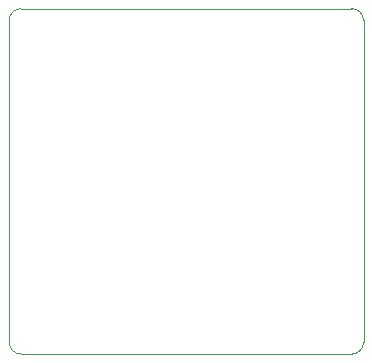
<source format=gbr>
%TF.GenerationSoftware,KiCad,Pcbnew,8.0.4*%
%TF.CreationDate,2024-10-25T14:16:06-05:00*%
%TF.ProjectId,weather-station-rtd,77656174-6865-4722-9d73-746174696f6e,rev?*%
%TF.SameCoordinates,Original*%
%TF.FileFunction,Profile,NP*%
%FSLAX46Y46*%
G04 Gerber Fmt 4.6, Leading zero omitted, Abs format (unit mm)*
G04 Created by KiCad (PCBNEW 8.0.4) date 2024-10-25 14:16:06*
%MOMM*%
%LPD*%
G01*
G04 APERTURE LIST*
%TA.AperFunction,Profile*%
%ADD10C,0.050000*%
%TD*%
G04 APERTURE END LIST*
D10*
X147500000Y-116000000D02*
G75*
G02*
X146500000Y-115000000I0J1000000D01*
G01*
X175500000Y-86750000D02*
G75*
G02*
X176500000Y-87750000I0J-1000000D01*
G01*
X146500000Y-115000000D02*
X146500000Y-87750000D01*
X147500000Y-86750000D02*
X175500000Y-86750000D01*
X175500000Y-116000000D02*
X147500000Y-116000000D01*
X176500000Y-115000000D02*
G75*
G02*
X175500000Y-116000000I-1000000J0D01*
G01*
X146500000Y-87750000D02*
G75*
G02*
X147500000Y-86750000I1000000J0D01*
G01*
X176500000Y-87750000D02*
X176500000Y-115000000D01*
M02*

</source>
